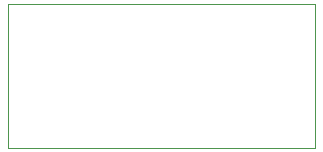
<source format=gbr>
%TF.GenerationSoftware,KiCad,Pcbnew,9.0.7*%
%TF.CreationDate,2026-02-26T13:23:17-05:00*%
%TF.ProjectId,Mag Charger Adapter,4d616720-4368-4617-9267-657220416461,X1*%
%TF.SameCoordinates,Original*%
%TF.FileFunction,Profile,NP*%
%FSLAX46Y46*%
G04 Gerber Fmt 4.6, Leading zero omitted, Abs format (unit mm)*
G04 Created by KiCad (PCBNEW 9.0.7) date 2026-02-26 13:23:17*
%MOMM*%
%LPD*%
G01*
G04 APERTURE LIST*
%TA.AperFunction,Profile*%
%ADD10C,0.050000*%
%TD*%
G04 APERTURE END LIST*
D10*
X167455266Y-133600000D02*
X141455266Y-133600000D01*
X141455000Y-145835500D02*
X141455266Y-133600000D01*
X167455000Y-145835500D02*
X167455266Y-133600000D01*
%TO.C,J1*%
X154445000Y-145835500D02*
X141455000Y-145835500D01*
X154445000Y-145835500D02*
X167455000Y-145835500D01*
%TD*%
M02*

</source>
